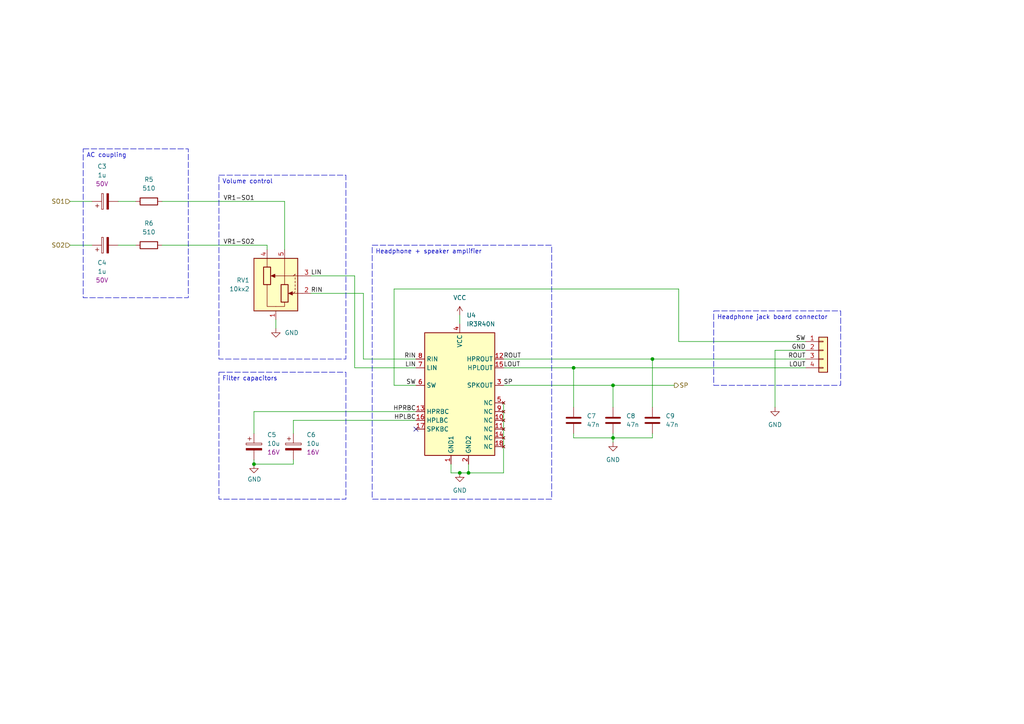
<source format=kicad_sch>
(kicad_sch (version 20230121) (generator eeschema)
  (paper "A4")
  (title_block (title "DMG-CPU-06") (date "2023-07-11") (rev "A") (company "https://gekkio.fi") (comment 1 "https://github.com/gekkio/gb-schematics"))
  (lib_symbols
    (symbol "Connector_Generic:Conn_01x04" (pin_names (offset 1.016) hide)
      (property "Reference" "J" (at 0 5.08 0))
      (property "Value" "Conn_01x04" (at 0 -7.62 0))
      (symbol "Conn_01x04_1_1"
        (rectangle (start -1.27 -4.953) (end 0 -5.207) (stroke (width 0.1524)))
        (rectangle (start -1.27 -2.413) (end 0 -2.667) (stroke (width 0.1524)))
        (rectangle (start -1.27 0.127) (end 0 -0.127) (stroke (width 0.1524)))
        (rectangle (start -1.27 2.667) (end 0 2.413) (stroke (width 0.1524)))
        (rectangle (start -1.27 3.81) (end 1.27 -6.35) (stroke (width 0.254)) (fill (type background)))
        (pin passive line (at -5.08 2.54 0) (length 3.81) (name "Pin_1") (number "1"))
        (pin passive line (at -5.08 0 0) (length 3.81) (name "Pin_2") (number "2"))
        (pin passive line (at -5.08 -2.54 0) (length 3.81) (name "Pin_3") (number "3"))
        (pin passive line (at -5.08 -5.08 0) (length 3.81) (name "Pin_4") (number "4"))
      )
    )
    (symbol "Device:C" (pin_numbers hide) (pin_names (offset 0.254))
      (property "Reference" "C" (at 0.635 2.54 0))
      (property "Value" "C" (at 0.635 -2.54 0))
      (symbol "C_0_1"
        (polyline (pts (xy -2.032 -0.762) (xy 2.032 -0.762)) (stroke (width 0.508)))
        (polyline (pts (xy -2.032 0.762) (xy 2.032 0.762)) (stroke (width 0.508)))
      )
      (symbol "C_1_1"
        (pin passive line (at 0 3.81 270) (length 2.794) (name "~") (number "1"))
        (pin passive line (at 0 -3.81 90) (length 2.794) (name "~") (number "2"))
      )
    )
    (symbol "Device:C_Polarized" (pin_numbers hide) (pin_names (offset 0.254))
      (property "Reference" "C" (at 0.635 2.54 0))
      (property "Value" "C_Polarized" (at 0.635 -2.54 0))
      (symbol "C_Polarized_0_1"
        (rectangle (start -2.286 0.508) (end 2.286 1.016))
        (polyline (pts (xy -1.778 2.286) (xy -0.762 2.286)))
        (polyline (pts (xy -1.27 2.794) (xy -1.27 1.778)))
        (rectangle (start 2.286 -0.508) (end -2.286 -1.016) (fill (type outline)))
      )
      (symbol "C_Polarized_1_1"
        (pin passive line (at 0 3.81 270) (length 2.794) (name "~") (number "1"))
        (pin passive line (at 0 -3.81 90) (length 2.794) (name "~") (number "2"))
      )
    )
    (symbol "Device:R" (pin_numbers hide) (pin_names (offset 0))
      (property "Reference" "R" (at 2.032 0 90))
      (property "Value" "R" (at 0 0 90))
      (symbol "R_0_1"
        (rectangle (start -1.016 -2.54) (end 1.016 2.54) (stroke (width 0.254)))
      )
      (symbol "R_1_1"
        (pin passive line (at 0 3.81 270) (length 1.27) (name "~") (number "1"))
        (pin passive line (at 0 -3.81 90) (length 1.27) (name "~") (number "2"))
      )
    )
    (symbol "Gekkio_Amplifier_Audio:IR3R40N"
      (property "Reference" "U" (at -10.16 19.05 0))
      (property "Value" "IR3R40N" (at 3.81 19.05 0))
      (symbol "IR3R40N_0_1"
        (rectangle (start -10.16 17.78) (end 10.16 -17.78) (stroke (width 0.254)) (fill (type background)))
      )
      (symbol "IR3R40N_1_1"
        (pin power_in line (at -2.54 -20.32 90) (length 2.54) (name "GND1") (number "1"))
        (pin no_connect line (at 12.7 -7.62 180) (length 2.54) (name "NC") (number "10"))
        (pin no_connect line (at 12.7 -10.16 180) (length 2.54) (name "NC") (number "11"))
        (pin output line (at 12.7 10.16 180) (length 2.54) (name "HPROUT") (number "12"))
        (pin passive line (at -12.7 -5.08 0) (length 2.54) (name "HPRBC") (number "13"))
        (pin no_connect line (at 12.7 -12.7 180) (length 2.54) (name "NC") (number "14"))
        (pin output line (at 12.7 7.62 180) (length 2.54) (name "HPLOUT") (number "15"))
        (pin passive line (at -12.7 -7.62 0) (length 2.54) (name "HPLBC") (number "16"))
        (pin passive line (at -12.7 -10.16 0) (length 2.54) (name "SPKBC") (number "17"))
        (pin no_connect line (at 12.7 -15.24 180) (length 2.54) (name "NC") (number "18"))
        (pin power_in line (at 2.54 -20.32 90) (length 2.54) (name "GND2") (number "2"))
        (pin output line (at 12.7 2.54 180) (length 2.54) (name "SPKOUT") (number "3"))
        (pin power_in line (at 0 20.32 270) (length 2.54) (name "VCC") (number "4"))
        (pin no_connect line (at 12.7 -2.54 180) (length 2.54) (name "NC") (number "5"))
        (pin input line (at -12.7 2.54 0) (length 2.54) (name "SW") (number "6"))
        (pin input line (at -12.7 7.62 0) (length 2.54) (name "LIN") (number "7"))
        (pin input line (at -12.7 10.16 0) (length 2.54) (name "RIN") (number "8"))
        (pin no_connect line (at 12.7 -5.08 180) (length 2.54) (name "NC") (number "9"))
      )
    )
    (symbol "Gekkio_Device_Specialized:R_Potentiometer_GameBoy_Volume_DMG" (pin_names hide)
      (property "Reference" "RV" (at 0 -7.62 0))
      (property "Value" "R_Potentiometer_GameBoy_Volume_DMG" (at 0 -10.16 0))
      (symbol "R_Potentiometer_GameBoy_Volume_DMG_0_1"
        (rectangle (start -7.62 6.35) (end 7.62 -6.35) (stroke (width 0.254)) (fill (type background)))
        (rectangle (start -5.08 3.556) (end 0 1.524) (stroke (width 0.254)))
        (rectangle (start 0 -1.524) (end 5.08 -3.556) (stroke (width 0.254)))
        (polyline (pts (xy -2.54 5.08) (xy -2.54 4.826)))
        (polyline (pts (xy -2.54 5.08) (xy -2.032 5.588)))
        (polyline (pts (xy -2.54 7.62) (xy -2.54 5.08)) (stroke (width 0.1524)))
        (polyline (pts (xy -1.524 5.588) (xy -1.016 5.588)))
        (polyline (pts (xy -0.508 5.588) (xy 0 5.588)))
        (polyline (pts (xy 0.508 5.588) (xy 1.016 5.588)))
        (polyline (pts (xy 1.524 5.588) (xy 2.032 5.588)))
        (polyline (pts (xy 2.54 -0.254) (xy 2.54 5.08)))
        (polyline (pts (xy 2.54 7.62) (xy 2.54 5.08)) (stroke (width 0.1524)))
        (polyline (pts (xy 7.62 -2.54) (xy 5.08 -2.54)) (stroke (width 0.1524)))
        (polyline (pts (xy 7.62 2.54) (xy 0 2.54)) (stroke (width 0.1524)))
        (polyline (pts (xy -6.35 0) (xy -6.35 -2.54) (xy 0 -2.54)))
        (polyline (pts (xy -6.35 0) (xy -6.35 2.54) (xy -5.08 2.54)))
        (polyline (pts (xy 2.794 5.588) (xy 3.048 5.588) (xy 2.54 5.08)))
        (polyline (pts (xy -2.54 3.683) (xy -3.048 4.826) (xy -2.032 4.826) (xy -2.54 3.683)) (fill (type outline)))
        (polyline (pts (xy 2.54 -1.397) (xy 2.032 -0.254) (xy 3.048 -0.254) (xy 2.54 -1.397)) (fill (type outline)))
      )
      (symbol "R_Potentiometer_GameBoy_Volume_DMG_1_1"
        (pin passive line (at -10.16 0 0) (length 2.54) (name "4") (number "1"))
        (pin passive line (at -2.54 10.16 270) (length 2.54) (name "2") (number "2"))
        (pin passive line (at 2.54 10.16 270) (length 2.54) (name "3") (number "3"))
        (pin passive line (at 10.16 -2.54 180) (length 2.54) (name "4") (number "4"))
        (pin passive line (at 10.16 2.54 180) (length 2.54) (name "5") (number "5"))
      )
    )
    (symbol "power:GND" (power) (pin_names (offset 0))
      (property "Value" "GND" (at 0 -3.81 0))
      (symbol "GND_0_1"
        (polyline (pts (xy 0 0) (xy 0 -1.27) (xy 1.27 -1.27) (xy 0 -2.54) (xy -1.27 -1.27) (xy 0 -1.27)))
      )
      (symbol "GND_1_1"
        (pin power_in line (at 0 0 270) (length 0) hide (name "GND") (number "1"))
      )
    )
    (symbol "power:VCC" (power) (pin_names (offset 0))
      (property "Value" "VCC" (at 0 3.81 0))
      (symbol "VCC_0_1"
        (polyline (pts (xy -0.762 1.27) (xy 0 2.54)))
        (polyline (pts (xy 0 0) (xy 0 2.54)))
        (polyline (pts (xy 0 2.54) (xy 0.762 1.27)))
      )
      (symbol "VCC_1_1"
        (pin power_in line (at 0 0 90) (length 0) hide (name "VCC") (number "1"))
      )
    )
  )
  (junction (at 189.23 104.14))
  (junction (at 177.8 127))
  (junction (at 166.37 106.68))
  (junction (at 135.89 137.16))
  (junction (at 177.8 111.76))
  (junction (at 73.66 134.62))
  (junction (at 133.35 137.16))
  (no_connect (at 120.65 124.46))
  (wire (pts (xy 130.81 134.62) (xy 130.81 137.16)))
  (wire (pts (xy 166.37 127) (xy 166.37 125.73)))
  (wire (pts (xy 130.81 137.16) (xy 133.35 137.16)))
  (wire (pts (xy 73.66 119.38) (xy 73.66 125.73)))
  (wire (pts (xy 20.32 58.42) (xy 26.67 58.42)))
  (wire (pts (xy 224.79 101.6) (xy 224.79 118.11)))
  (wire (pts (xy 102.87 80.01) (xy 102.87 106.68)))
  (wire (pts (xy 105.41 104.14) (xy 120.65 104.14)))
  (wire (pts (xy 177.8 127) (xy 177.8 125.73)))
  (wire (pts (xy 233.68 99.06) (xy 196.85 99.06)))
  (wire (pts (xy 177.8 128.27) (xy 177.8 127)))
  (wire (pts (xy 146.05 111.76) (xy 177.8 111.76)))
  (wire (pts (xy 20.32 71.12) (xy 26.67 71.12)))
  (wire (pts (xy 85.09 134.62) (xy 85.09 133.35)))
  (wire (pts (xy 189.23 118.11) (xy 189.23 104.14)))
  (wire (pts (xy 105.41 85.09) (xy 105.41 104.14)))
  (wire (pts (xy 233.68 101.6) (xy 224.79 101.6)))
  (wire (pts (xy 90.17 85.09) (xy 105.41 85.09)))
  (wire (pts (xy 82.55 58.42) (xy 82.55 72.39)))
  (wire (pts (xy 73.66 119.38) (xy 120.65 119.38)))
  (wire (pts (xy 177.8 111.76) (xy 177.8 118.11)))
  (wire (pts (xy 146.05 106.68) (xy 166.37 106.68)))
  (wire (pts (xy 177.8 127) (xy 189.23 127)))
  (wire (pts (xy 34.29 71.12) (xy 39.37 71.12)))
  (wire (pts (xy 146.05 104.14) (xy 189.23 104.14)))
  (wire (pts (xy 80.01 92.71) (xy 80.01 95.25)))
  (wire (pts (xy 135.89 134.62) (xy 135.89 137.16)))
  (wire (pts (xy 133.35 137.16) (xy 135.89 137.16)))
  (wire (pts (xy 114.3 83.82) (xy 196.85 83.82)))
  (wire (pts (xy 73.66 134.62) (xy 85.09 134.62)))
  (wire (pts (xy 77.47 71.12) (xy 77.47 72.39)))
  (wire (pts (xy 189.23 104.14) (xy 233.68 104.14)))
  (wire (pts (xy 114.3 83.82) (xy 114.3 111.76)))
  (wire (pts (xy 177.8 127) (xy 166.37 127)))
  (wire (pts (xy 46.99 71.12) (xy 77.47 71.12)))
  (wire (pts (xy 114.3 111.76) (xy 120.65 111.76)))
  (wire (pts (xy 34.29 58.42) (xy 39.37 58.42)))
  (wire (pts (xy 85.09 121.92) (xy 85.09 125.73)))
  (wire (pts (xy 177.8 111.76) (xy 195.58 111.76)))
  (wire (pts (xy 73.66 134.62) (xy 73.66 133.35)))
  (wire (pts (xy 102.87 106.68) (xy 120.65 106.68)))
  (wire (pts (xy 189.23 127) (xy 189.23 125.73)))
  (wire (pts (xy 166.37 106.68) (xy 233.68 106.68)))
  (wire (pts (xy 90.17 80.01) (xy 102.87 80.01)))
  (wire (pts (xy 166.37 118.11) (xy 166.37 106.68)))
  (wire (pts (xy 146.05 137.16) (xy 135.89 137.16)))
  (wire (pts (xy 146.05 116.84) (xy 146.05 137.16)))
  (wire (pts (xy 85.09 121.92) (xy 120.65 121.92)))
  (wire (pts (xy 133.35 91.44) (xy 133.35 93.98)))
  (wire (pts (xy 46.99 58.42) (xy 82.55 58.42)))
  (wire (pts (xy 196.85 99.06) (xy 196.85 83.82)))
  (text_box "Filter capacitors" (at 63.5 107.95 0) (size 36.83 36.83) (stroke (width 0) (type dash)) (effects (font (size 1.27 1.27)) (justify left top)))
  (text_box "Headphone + speaker amplifier" (at 107.95 71.12 0) (size 52.07 73.66) (stroke (width 0) (type dash)) (effects (font (size 1.27 1.27)) (justify left top)))
  (text_box "Volume control" (at 63.5 50.8 0) (size 36.83 53.34) (stroke (width 0) (type dash)) (effects (font (size 1.27 1.27)) (justify left top)))
  (text_box "AC coupling" (at 24.13 43.18 0) (size 30.48 43.18) (stroke (width 0) (type dash)) (effects (font (size 1.27 1.27)) (justify left top)))
  (text_box "Headphone jack board connector" (at 207.01 90.17 0) (size 36.83 21.59) (stroke (width 0) (type dash)) (effects (font (size 1.27 1.27)) (justify left top)))
  (label "ROUT" (at 146.05 104.14 0))
  (label "RIN" (at 90.17 85.09 0))
  (label "LIN" (at 90.17 80.01 0))
  (label "RIN" (at 120.65 104.14 180))
  (label "HPLBC" (at 120.65 121.92 180))
  (label "ROUT" (at 233.68 104.14 180))
  (label "LIN" (at 120.65 106.68 180))
  (label "VR1-SO1" (at 64.77 58.42 0))
  (label "SP" (at 146.05 111.76 0))
  (label "VR1-SO2" (at 64.77 71.12 0))
  (label "GND" (at 233.68 101.6 180))
  (label "LOUT" (at 146.05 106.68 0))
  (label "SW" (at 120.65 111.76 180))
  (label "LOUT" (at 233.68 106.68 180))
  (label "SW" (at 233.68 99.06 180))
  (label "HPRBC" (at 120.65 119.38 180))
  (hierarchical_label "SO2" (shape input) (at 20.32 71.12 180))
  (hierarchical_label "SP" (shape output) (at 195.58 111.76 0))
  (hierarchical_label "SO1" (shape input) (at 20.32 58.42 180))
  (symbol (lib_id "power:GND") (at 133.35 137.16 0) (unit 1)
    (property "Reference" "#PWR0104" (effects hide))
    (property "Value" "GND" (at 133.35 142.24 0))
  )
  (symbol (lib_id "power:VCC") (at 133.35 91.44 0) (unit 1)
    (property "Reference" "#PWR0110" (effects hide))
    (property "Value" "VCC" (at 133.35 86.36 0))
  )
  (symbol (lib_id "power:GND") (at 73.66 134.62 0) (unit 1)
    (property "Reference" "#PWR0122" (effects hide))
    (property "Value" "GND" (at 73.787 139.0142 0))
  )
  (symbol (lib_id "power:GND") (at 80.01 95.25 0) (unit 1)
    (property "Reference" "#PWR0134" (effects hide))
    (property "Value" "GND" (at 82.55 96.52 0) (effects (justify left)))
  )
  (symbol (lib_id "power:GND") (at 177.8 128.27 0) (unit 1)
    (property "Reference" "#PWR0126" (effects hide))
    (property "Value" "GND" (at 177.8 133.35 0))
  )
  (symbol (lib_id "Device:C_Polarized") (at 85.09 129.54 0) (unit 1)
    (property "Reference" "C6" (at 88.9 126.111 0) (effects (justify left)))
    (property "Value" "10u" (at 88.9 128.651 0) (effects (justify left)))
    (property "Rating" "16V" (at 88.9 131.191 0) (effects (justify left)))
  )
  (symbol (lib_id "power:GND") (at 224.79 118.11 0) (unit 1)
    (property "Reference" "#PWR016" (effects hide))
    (property "Value" "GND" (at 224.79 123.19 0))
  )
  (symbol (lib_id "Device:C_Polarized") (at 30.48 58.42 90) (unit 1)
    (property "Reference" "C3" (at 29.591 48.26 90))
    (property "Value" "1u" (at 29.591 50.8 90))
    (property "Rating" "50V" (at 29.591 53.34 90))
  )
  (symbol (lib_id "Device:C") (at 166.37 121.92 0) (unit 1)
    (property "Reference" "C7" (at 170.18 120.65 0) (effects (justify left)))
    (property "Value" "47n" (at 170.18 123.19 0) (effects (justify left)))
  )
  (symbol (lib_id "Device:C_Polarized") (at 73.66 129.54 0) (unit 1)
    (property "Reference" "C5" (at 77.47 126.111 0) (effects (justify left)))
    (property "Value" "10u" (at 77.47 128.651 0) (effects (justify left)))
    (property "Rating" "16V" (at 77.47 131.191 0) (effects (justify left)))
  )
  (symbol (lib_id "Device:C") (at 177.8 121.92 0) (unit 1)
    (property "Reference" "C8" (at 181.61 120.65 0) (effects (justify left)))
    (property "Value" "47n" (at 181.61 123.19 0) (effects (justify left)))
  )
  (symbol (lib_id "Connector_Generic:Conn_01x04") (at 238.76 101.6 0) (unit 1)
    (property "Reference" "J3" (effects hide))
    (property "Value" "Conn_01x04" (effects hide))
  )
  (symbol (lib_id "Device:C_Polarized") (at 30.48 71.12 90) (unit 1)
    (property "Reference" "C4" (at 29.591 76.2 90))
    (property "Value" "1u" (at 29.591 78.74 90))
    (property "Rating" "50V" (at 29.591 81.28 90))
  )
  (symbol (lib_id "Device:R") (at 43.18 58.42 90) (unit 1)
    (property "Reference" "R5" (at 43.18 52.07 90))
    (property "Value" "510" (at 43.18 54.61 90))
  )
  (symbol (lib_id "Gekkio_Amplifier_Audio:IR3R40N") (at 133.35 114.3 0) (unit 1)
    (property "Reference" "U4" (at 135.3059 91.44 0) (effects (justify left)))
    (property "Value" "IR3R40N" (at 135.3059 93.98 0) (effects (justify left)))
    (property "Footprint" "Gekkio_Package_SO:Sharp_SSOP-18_6x7.4mm_P0.8mm" (effects hide))
  )
  (symbol (lib_id "Gekkio_Device_Specialized:R_Potentiometer_GameBoy_Volume_DMG") (at 80.01 82.55 270) (mirror x) (unit 1)
    (property "Reference" "RV1" (at 72.39 81.28 90) (effects (justify right)))
    (property "Value" "10kx2" (at 72.39 83.82 90) (effects (justify right)))
  )
  (symbol (lib_id "Device:C") (at 189.23 121.92 0) (unit 1)
    (property "Reference" "C9" (at 193.04 120.65 0) (effects (justify left)))
    (property "Value" "47n" (at 193.04 123.19 0) (effects (justify left)))
  )
  (symbol (lib_id "Device:R") (at 43.18 71.12 90) (unit 1)
    (property "Reference" "R6" (at 43.18 64.77 90))
    (property "Value" "510" (at 43.18 67.31 90))
  )
)
</source>
